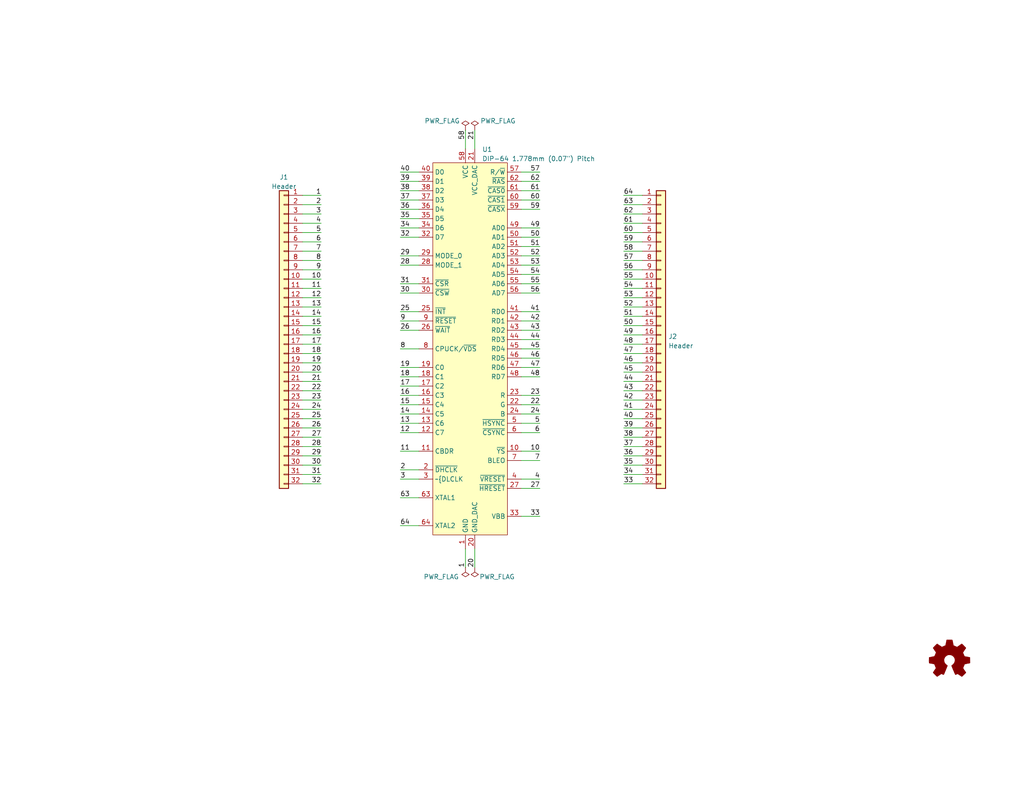
<source format=kicad_sch>
(kicad_sch (version 20211123) (generator eeschema)
  (paper "USLetter")
  (lib_symbols
    (symbol "0_Z80_Library:V9958"
      (property "Reference" "U" (at -10.16 0 0))
      (property "Value" "V9958" (at 10.16 0 0))
      (symbol "V9958_0_1"
        (rectangle (start -10.16 -1.27) (end 10.16 -102.87) (stroke (width 0.1524)) (fill (type background)))
      )
      (symbol "V9958_1_1"
        (pin power_in line (at -1.27 -106.68 90) (length 3.81) (name "GND") (number "1"))
        (pin output line (at 13.97 -80.01 180) (length 3.81) (name "~{YS}") (number "10"))
        (pin output line (at -13.97 -80.01 0) (length 3.81) (name "CBDR") (number "11"))
        (pin bidirectional line (at -13.97 -74.93 0) (length 3.81) (name "C7") (number "12"))
        (pin bidirectional line (at -13.97 -72.39 0) (length 3.81) (name "C6") (number "13"))
        (pin bidirectional line (at -13.97 -69.85 0) (length 3.81) (name "C5") (number "14"))
        (pin bidirectional line (at -13.97 -67.31 0) (length 3.81) (name "C4") (number "15"))
        (pin bidirectional line (at -13.97 -64.77 0) (length 3.81) (name "C3") (number "16"))
        (pin bidirectional line (at -13.97 -62.23 0) (length 3.81) (name "C2") (number "17"))
        (pin bidirectional line (at -13.97 -59.69 0) (length 3.81) (name "C1") (number "18"))
        (pin bidirectional line (at -13.97 -57.15 0) (length 3.81) (name "C0") (number "19"))
        (pin open_collector line (at -13.97 -85.09 0) (length 3.81) (name "~{DHCLK}") (number "2"))
        (pin power_in line (at 1.27 -106.68 90) (length 3.81) (name "GND_DAC") (number "20"))
        (pin power_in line (at 1.27 2.54 270) (length 3.81) (name "VCC_DAC") (number "21"))
        (pin output line (at 13.97 -67.31 180) (length 3.81) (name "G") (number "22"))
        (pin output line (at 13.97 -64.77 180) (length 3.81) (name "R") (number "23"))
        (pin output line (at 13.97 -69.85 180) (length 3.81) (name "B") (number "24"))
        (pin output line (at -13.97 -41.91 0) (length 3.81) (name "~{INT}") (number "25"))
        (pin output line (at -13.97 -46.99 0) (length 3.81) (name "~{WAIT}") (number "26"))
        (pin input line (at 13.97 -90.17 180) (length 3.81) (name "~{HRESET}") (number "27"))
        (pin input line (at -13.97 -29.21 0) (length 3.81) (name "MODE_1") (number "28"))
        (pin input line (at -13.97 -26.67 0) (length 3.81) (name "MODE_0") (number "29"))
        (pin open_collector line (at -13.97 -87.63 0) (length 3.81) (name "~{DLCLK") (number "3"))
        (pin input line (at -13.97 -36.83 0) (length 3.81) (name "~{CSW}") (number "30"))
        (pin input line (at -13.97 -34.29 0) (length 3.81) (name "~{CSR}") (number "31"))
        (pin bidirectional line (at -13.97 -21.59 0) (length 3.81) (name "D7") (number "32"))
        (pin output line (at 13.97 -97.79 180) (length 3.81) (name "VBB") (number "33"))
        (pin bidirectional line (at -13.97 -19.05 0) (length 3.81) (name "D6") (number "34"))
        (pin bidirectional line (at -13.97 -16.51 0) (length 3.81) (name "D5") (number "35"))
        (pin bidirectional line (at -13.97 -13.97 0) (length 3.81) (name "D4") (number "36"))
        (pin bidirectional line (at -13.97 -11.43 0) (length 3.81) (name "D3") (number "37"))
        (pin bidirectional line (at -13.97 -8.89 0) (length 3.81) (name "D2") (number "38"))
        (pin bidirectional line (at -13.97 -6.35 0) (length 3.81) (name "D1") (number "39"))
        (pin input line (at 13.97 -87.63 180) (length 3.81) (name "~{VRESET}") (number "4"))
        (pin bidirectional line (at -13.97 -3.81 0) (length 3.81) (name "D0") (number "40"))
        (pin bidirectional line (at 13.97 -41.91 180) (length 3.81) (name "RD0") (number "41"))
        (pin bidirectional line (at 13.97 -44.45 180) (length 3.81) (name "RD1") (number "42"))
        (pin bidirectional line (at 13.97 -46.99 180) (length 3.81) (name "RD2") (number "43"))
        (pin bidirectional line (at 13.97 -49.53 180) (length 3.81) (name "RD3") (number "44"))
        (pin bidirectional line (at 13.97 -52.07 180) (length 3.81) (name "RD4") (number "45"))
        (pin bidirectional line (at 13.97 -54.61 180) (length 3.81) (name "RD5") (number "46"))
        (pin bidirectional line (at 13.97 -57.15 180) (length 3.81) (name "RD6") (number "47"))
        (pin bidirectional line (at 13.97 -59.69 180) (length 3.81) (name "RD7") (number "48"))
        (pin output line (at 13.97 -19.05 180) (length 3.81) (name "AD0") (number "49"))
        (pin output line (at 13.97 -72.39 180) (length 3.81) (name "~{HSYNC}") (number "5"))
        (pin output line (at 13.97 -21.59 180) (length 3.81) (name "AD1") (number "50"))
        (pin output line (at 13.97 -24.13 180) (length 3.81) (name "AD2") (number "51"))
        (pin output line (at 13.97 -26.67 180) (length 3.81) (name "AD3") (number "52"))
        (pin output line (at 13.97 -29.21 180) (length 3.81) (name "AD4") (number "53"))
        (pin output line (at 13.97 -31.75 180) (length 3.81) (name "AD5") (number "54"))
        (pin output line (at 13.97 -34.29 180) (length 3.81) (name "AD6") (number "55"))
        (pin output line (at 13.97 -36.83 180) (length 3.81) (name "AD7") (number "56"))
        (pin output line (at 13.97 -3.81 180) (length 3.81) (name "R/~{W}") (number "57"))
        (pin power_in line (at -1.27 2.54 270) (length 3.81) (name "VCC") (number "58"))
        (pin output line (at 13.97 -13.97 180) (length 3.81) (name "~{CASX}") (number "59"))
        (pin output line (at 13.97 -74.93 180) (length 3.81) (name "~{CSYNC}") (number "6"))
        (pin output line (at 13.97 -11.43 180) (length 3.81) (name "~{CAS1}") (number "60"))
        (pin output line (at 13.97 -8.89 180) (length 3.81) (name "~{CAS0}") (number "61"))
        (pin output line (at 13.97 -6.35 180) (length 3.81) (name "~{RAS}") (number "62"))
        (pin input line (at -13.97 -92.71 0) (length 3.81) (name "XTAL1") (number "63"))
        (pin input line (at -13.97 -100.33 0) (length 3.81) (name "XTAL2") (number "64"))
        (pin open_collector line (at 13.97 -82.55 180) (length 3.81) (name "BLEO") (number "7"))
        (pin output line (at -13.97 -52.07 0) (length 3.81) (name "CPUCK/~{VDS}") (number "8"))
        (pin input line (at -13.97 -44.45 0) (length 3.81) (name "~{RESET}") (number "9"))
      )
    )
    (symbol "Connector_Generic:Conn_01x32" (pin_names (offset 1.016) hide)
      (property "Reference" "J" (at 0 40.64 0))
      (property "Value" "Conn_01x32" (at 0 -43.18 0))
      (symbol "Conn_01x32_1_1"
        (rectangle (start -1.27 -40.513) (end 0 -40.767) (stroke (width 0.1524)))
        (rectangle (start -1.27 -37.973) (end 0 -38.227) (stroke (width 0.1524)))
        (rectangle (start -1.27 -35.433) (end 0 -35.687) (stroke (width 0.1524)))
        (rectangle (start -1.27 -32.893) (end 0 -33.147) (stroke (width 0.1524)))
        (rectangle (start -1.27 -30.353) (end 0 -30.607) (stroke (width 0.1524)))
        (rectangle (start -1.27 -27.813) (end 0 -28.067) (stroke (width 0.1524)))
        (rectangle (start -1.27 -25.273) (end 0 -25.527) (stroke (width 0.1524)))
        (rectangle (start -1.27 -22.733) (end 0 -22.987) (stroke (width 0.1524)))
        (rectangle (start -1.27 -20.193) (end 0 -20.447) (stroke (width 0.1524)))
        (rectangle (start -1.27 -17.653) (end 0 -17.907) (stroke (width 0.1524)))
        (rectangle (start -1.27 -15.113) (end 0 -15.367) (stroke (width 0.1524)))
        (rectangle (start -1.27 -12.573) (end 0 -12.827) (stroke (width 0.1524)))
        (rectangle (start -1.27 -10.033) (end 0 -10.287) (stroke (width 0.1524)))
        (rectangle (start -1.27 -7.493) (end 0 -7.747) (stroke (width 0.1524)))
        (rectangle (start -1.27 -4.953) (end 0 -5.207) (stroke (width 0.1524)))
        (rectangle (start -1.27 -2.413) (end 0 -2.667) (stroke (width 0.1524)))
        (rectangle (start -1.27 0.127) (end 0 -0.127) (stroke (width 0.1524)))
        (rectangle (start -1.27 2.667) (end 0 2.413) (stroke (width 0.1524)))
        (rectangle (start -1.27 5.207) (end 0 4.953) (stroke (width 0.1524)))
        (rectangle (start -1.27 7.747) (end 0 7.493) (stroke (width 0.1524)))
        (rectangle (start -1.27 10.287) (end 0 10.033) (stroke (width 0.1524)))
        (rectangle (start -1.27 12.827) (end 0 12.573) (stroke (width 0.1524)))
        (rectangle (start -1.27 15.367) (end 0 15.113) (stroke (width 0.1524)))
        (rectangle (start -1.27 17.907) (end 0 17.653) (stroke (width 0.1524)))
        (rectangle (start -1.27 20.447) (end 0 20.193) (stroke (width 0.1524)))
        (rectangle (start -1.27 22.987) (end 0 22.733) (stroke (width 0.1524)))
        (rectangle (start -1.27 25.527) (end 0 25.273) (stroke (width 0.1524)))
        (rectangle (start -1.27 28.067) (end 0 27.813) (stroke (width 0.1524)))
        (rectangle (start -1.27 30.607) (end 0 30.353) (stroke (width 0.1524)))
        (rectangle (start -1.27 33.147) (end 0 32.893) (stroke (width 0.1524)))
        (rectangle (start -1.27 35.687) (end 0 35.433) (stroke (width 0.1524)))
        (rectangle (start -1.27 38.227) (end 0 37.973) (stroke (width 0.1524)))
        (rectangle (start -1.27 39.37) (end 1.27 -41.91) (stroke (width 0.254)) (fill (type background)))
        (pin passive line (at -5.08 38.1 0) (length 3.81) (name "Pin_1") (number "1"))
        (pin passive line (at -5.08 15.24 0) (length 3.81) (name "Pin_10") (number "10"))
        (pin passive line (at -5.08 12.7 0) (length 3.81) (name "Pin_11") (number "11"))
        (pin passive line (at -5.08 10.16 0) (length 3.81) (name "Pin_12") (number "12"))
        (pin passive line (at -5.08 7.62 0) (length 3.81) (name "Pin_13") (number "13"))
        (pin passive line (at -5.08 5.08 0) (length 3.81) (name "Pin_14") (number "14"))
        (pin passive line (at -5.08 2.54 0) (length 3.81) (name "Pin_15") (number "15"))
        (pin passive line (at -5.08 0 0) (length 3.81) (name "Pin_16") (number "16"))
        (pin passive line (at -5.08 -2.54 0) (length 3.81) (name "Pin_17") (number "17"))
        (pin passive line (at -5.08 -5.08 0) (length 3.81) (name "Pin_18") (number "18"))
        (pin passive line (at -5.08 -7.62 0) (length 3.81) (name "Pin_19") (number "19"))
        (pin passive line (at -5.08 35.56 0) (length 3.81) (name "Pin_2") (number "2"))
        (pin passive line (at -5.08 -10.16 0) (length 3.81) (name "Pin_20") (number "20"))
        (pin passive line (at -5.08 -12.7 0) (length 3.81) (name "Pin_21") (number "21"))
        (pin passive line (at -5.08 -15.24 0) (length 3.81) (name "Pin_22") (number "22"))
        (pin passive line (at -5.08 -17.78 0) (length 3.81) (name "Pin_23") (number "23"))
        (pin passive line (at -5.08 -20.32 0) (length 3.81) (name "Pin_24") (number "24"))
        (pin passive line (at -5.08 -22.86 0) (length 3.81) (name "Pin_25") (number "25"))
        (pin passive line (at -5.08 -25.4 0) (length 3.81) (name "Pin_26") (number "26"))
        (pin passive line (at -5.08 -27.94 0) (length 3.81) (name "Pin_27") (number "27"))
        (pin passive line (at -5.08 -30.48 0) (length 3.81) (name "Pin_28") (number "28"))
        (pin passive line (at -5.08 -33.02 0) (length 3.81) (name "Pin_29") (number "29"))
        (pin passive line (at -5.08 33.02 0) (length 3.81) (name "Pin_3") (number "3"))
        (pin passive line (at -5.08 -35.56 0) (length 3.81) (name "Pin_30") (number "30"))
        (pin passive line (at -5.08 -38.1 0) (length 3.81) (name "Pin_31") (number "31"))
        (pin passive line (at -5.08 -40.64 0) (length 3.81) (name "Pin_32") (number "32"))
        (pin passive line (at -5.08 30.48 0) (length 3.81) (name "Pin_4") (number "4"))
        (pin passive line (at -5.08 27.94 0) (length 3.81) (name "Pin_5") (number "5"))
        (pin passive line (at -5.08 25.4 0) (length 3.81) (name "Pin_6") (number "6"))
        (pin passive line (at -5.08 22.86 0) (length 3.81) (name "Pin_7") (number "7"))
        (pin passive line (at -5.08 20.32 0) (length 3.81) (name "Pin_8") (number "8"))
        (pin passive line (at -5.08 17.78 0) (length 3.81) (name "Pin_9") (number "9"))
      )
    )
    (symbol "Graphic:Logo_Open_Hardware_Small" (pin_names (offset 1.016))
      (symbol "Logo_Open_Hardware_Small_0_1"
        (polyline (pts (xy 3.3528 -4.3434) (xy 3.302 -4.318) (xy 3.175 -4.2418) (xy 2.9972 -4.1148) (xy 2.7686 -3.9624) (xy 2.54 -3.81) (xy 2.3622 -3.7084) (xy 2.2352 -3.6068) (xy 2.1844 -3.5814) (xy 2.159 -3.6068) (xy 2.0574 -3.6576) (xy 1.905 -3.7338) (xy 1.8034 -3.7846) (xy 1.6764 -3.8354) (xy 1.6002 -3.8354) (xy 1.6002 -3.8354) (xy 1.5494 -3.7338) (xy 1.4732 -3.5306) (xy 1.3462 -3.302) (xy 1.2446 -3.0226) (xy 1.1176 -2.7178) (xy 0.9652 -2.413) (xy 0.8636 -2.1082) (xy 0.7366 -1.8288) (xy 0.6604 -1.6256) (xy 0.6096 -1.4732) (xy 0.5842 -1.397) (xy 0.5842 -1.397) (xy 0.6604 -1.3208) (xy 0.7874 -1.2446) (xy 1.0414 -1.016) (xy 1.2954 -0.6858) (xy 1.4478 -0.3302) (xy 1.524 0.0762) (xy 1.4732 0.4572) (xy 1.3208 0.8128) (xy 1.0668 1.143) (xy 0.762 1.3716) (xy 0.4064 1.524) (xy 0 1.5748) (xy -0.381 1.5494) (xy -0.7366 1.397) (xy -1.0668 1.143) (xy -1.2192 0.9906) (xy -1.397 0.6604) (xy -1.524 0.3048) (xy -1.524 0.2286) (xy -1.4986 -0.1778) (xy -1.397 -0.5334) (xy -1.1938 -0.8636) (xy -0.9144 -1.143) (xy -0.8636 -1.1684) (xy -0.7366 -1.27) (xy -0.635 -1.3462) (xy -0.5842 -1.397) (xy -1.0668 -2.5908) (xy -1.143 -2.794) (xy -1.2954 -3.1242) (xy -1.397 -3.4036) (xy -1.4986 -3.6322) (xy -1.5748 -3.7846) (xy -1.6002 -3.8354) (xy -1.6002 -3.8354) (xy -1.651 -3.8354) (xy -1.7272 -3.81) (xy -1.905 -3.7338) (xy -2.0066 -3.683) (xy -2.1336 -3.6068) (xy -2.2098 -3.5814) (xy -2.2606 -3.6068) (xy -2.3622 -3.683) (xy -2.54 -3.81) (xy -2.7686 -3.9624) (xy -2.9718 -4.0894) (xy -3.1496 -4.2164) (xy -3.302 -4.318) (xy -3.3528 -4.3434) (xy -3.3782 -4.3434) (xy -3.429 -4.318) (xy -3.5306 -4.2164) (xy -3.7084 -4.064) (xy -3.937 -3.8354) (xy -3.9624 -3.81) (xy -4.1656 -3.6068) (xy -4.318 -3.4544) (xy -4.4196 -3.3274) (xy -4.445 -3.2766) (xy -4.445 -3.2766) (xy -4.4196 -3.2258) (xy -4.318 -3.0734) (xy -4.2164 -2.8956) (xy -4.064 -2.667) (xy -3.6576 -2.0828) (xy -3.8862 -1.5494) (xy -3.937 -1.3716) (xy -4.0386 -1.1684) (xy -4.0894 -1.0414) (xy -4.1148 -0.9652) (xy -4.191 -0.9398) (xy -4.318 -0.9144) (xy -4.5466 -0.8636) (xy -4.8006 -0.8128) (xy -5.0546 -0.7874) (xy -5.2578 -0.7366) (xy -5.4356 -0.7112) (xy -5.5118 -0.6858) (xy -5.5118 -0.6858) (xy -5.5372 -0.635) (xy -5.5372 -0.5588) (xy -5.5372 -0.4318) (xy -5.5626 -0.2286) (xy -5.5626 0.0762) (xy -5.5626 0.127) (xy -5.5372 0.4064) (xy -5.5372 0.635) (xy -5.5372 0.762) (xy -5.5372 0.8382) (xy -5.5372 0.8382) (xy -5.461 0.8382) (xy -5.3086 0.889) (xy -5.08 0.9144) (xy -4.826 0.9652) (xy -4.8006 0.9906) (xy -4.5466 1.0414) (xy -4.318 1.0668) (xy -4.1656 1.1176) (xy -4.0894 1.143) (xy -4.0894 1.143) (xy -4.0386 1.2446) (xy -3.9624 1.4224) (xy -3.8608 1.6256) (xy -3.7846 1.8288) (xy -3.7084 2.0066) (xy -3.6576 2.159) (xy -3.6322 2.2098) (xy -3.6322 2.2098) (xy -3.683 2.286) (xy -3.7592 2.413) (xy -3.8862 2.5908) (xy -4.064 2.8194) (xy -4.064 2.8448) (xy -4.2164 3.0734) (xy -4.3434 3.2512) (xy -4.4196 3.3782) (xy -4.445 3.4544) (xy -4.445 3.4544) (xy -4.3942 3.5052) (xy -4.2926 3.6322) (xy -4.1148 3.81) (xy -3.937 4.0132) (xy -3.8608 4.064) (xy -3.6576 4.2926) (xy -3.5052 4.4196) (xy -3.4036 4.4958) (xy -3.3528 4.5212) (xy -3.3528 4.5212) (xy -3.302 4.4704) (xy -3.1496 4.3688) (xy -2.9718 4.2418) (xy -2.7432 4.0894) (xy -2.7178 4.0894) (xy -2.4892 3.937) (xy -2.3114 3.81) (xy -2.1844 3.7084) (xy -2.1336 3.683) (xy -2.1082 3.683) (xy -2.032 3.7084) (xy -1.8542 3.7592) (xy -1.6764 3.8354) (xy -1.4732 3.937) (xy -1.27 4.0132) (xy -1.143 4.064) (xy -1.0668 4.1148) (xy -1.0668 4.1148) (xy -1.0414 4.191) (xy -1.016 4.3434) (xy -0.9652 4.572) (xy -0.9144 4.8514) (xy -0.889 4.9022) (xy -0.8382 5.1562) (xy -0.8128 5.3848) (xy -0.7874 5.5372) (xy -0.762 5.588) (xy -0.7112 5.6134) (xy -0.5842 5.6134) (xy -0.4064 5.6134) (xy -0.1524 5.6134) (xy 0.0762 5.6134) (xy 0.3302 5.6134) (xy 0.5334 5.6134) (xy 0.6858 5.588) (xy 0.7366 5.588) (xy 0.7366 5.588) (xy 0.762 5.5118) (xy 0.8128 5.334) (xy 0.8382 5.1054) (xy 0.9144 4.826) (xy 0.9144 4.7752) (xy 0.9652 4.5212) (xy 1.016 4.2926) (xy 1.0414 4.1402) (xy 1.0668 4.0894) (xy 1.0668 4.0894) (xy 1.1938 4.0386) (xy 1.3716 3.9624) (xy 1.5748 3.8608) (xy 2.0828 3.6576) (xy 2.7178 4.0894) (xy 2.7686 4.1402) (xy 2.9972 4.2926) (xy 3.175 4.4196) (xy 3.302 4.4958) (xy 3.3782 4.5212) (xy 3.3782 4.5212) (xy 3.429 4.4704) (xy 3.556 4.3434) (xy 3.7338 4.191) (xy 3.9116 3.9878) (xy 4.064 3.8354) (xy 4.2418 3.6576) (xy 4.3434 3.556) (xy 4.4196 3.4798) (xy 4.4196 3.429) (xy 4.4196 3.4036) (xy 4.3942 3.3274) (xy 4.2926 3.2004) (xy 4.1656 2.9972) (xy 4.0132 2.794) (xy 3.8862 2.5908) (xy 3.7592 2.3876) (xy 3.6576 2.2352) (xy 3.6322 2.159) (xy 3.6322 2.1336) (xy 3.683 2.0066) (xy 3.7592 1.8288) (xy 3.8608 1.6002) (xy 4.064 1.1176) (xy 4.3942 1.0414) (xy 4.5974 1.016) (xy 4.8768 0.9652) (xy 5.1308 0.9144) (xy 5.5372 0.8382) (xy 5.5626 -0.6604) (xy 5.4864 -0.6858) (xy 5.4356 -0.6858) (xy 5.2832 -0.7366) (xy 5.0546 -0.762) (xy 4.8006 -0.8128) (xy 4.5974 -0.8636) (xy 4.3688 -0.9144) (xy 4.2164 -0.9398) (xy 4.1402 -0.9398) (xy 4.1148 -0.9652) (xy 4.064 -1.0668) (xy 3.9878 -1.2446) (xy 3.9116 -1.4478) (xy 3.81 -1.651) (xy 3.7338 -1.8542) (xy 3.683 -2.0066) (xy 3.6576 -2.0828) (xy 3.683 -2.1336) (xy 3.7846 -2.2606) (xy 3.8862 -2.4638) (xy 4.0386 -2.667) (xy 4.191 -2.8956) (xy 4.318 -3.0734) (xy 4.3942 -3.2004) (xy 4.445 -3.2766) (xy 4.4196 -3.3274) (xy 4.3434 -3.429) (xy 4.1656 -3.5814) (xy 3.937 -3.8354) (xy 3.8862 -3.8608) (xy 3.683 -4.064) (xy 3.5306 -4.2164) (xy 3.4036 -4.318) (xy 3.3528 -4.3434)) (fill (type outline)))
      )
    )
    (symbol "power:PWR_FLAG" (power) (pin_numbers hide) (pin_names (offset 0) hide)
      (property "Value" "PWR_FLAG" (at 0 3.81 0))
      (symbol "PWR_FLAG_0_0"
        (pin power_out line (at 0 0 90) (length 0) (name "pwr") (number "1"))
      )
      (symbol "PWR_FLAG_0_1"
        (polyline (pts (xy 0 0) (xy 0 1.27) (xy -1.016 1.905) (xy 0 2.54) (xy 1.016 1.905) (xy 0 1.27)))
      )
    )
  )
  (wire (pts (xy 170.18 99.06) (xy 175.26 99.06)))
  (wire (pts (xy 170.18 114.3) (xy 175.26 114.3)))
  (wire (pts (xy 170.18 129.54) (xy 175.26 129.54)))
  (wire (pts (xy 170.18 66.04) (xy 175.26 66.04)))
  (wire (pts (xy 109.22 95.25) (xy 114.3 95.25)))
  (wire (pts (xy 82.55 119.38) (xy 87.63 119.38)))
  (wire (pts (xy 82.55 66.04) (xy 87.63 66.04)))
  (wire (pts (xy 142.24 49.53) (xy 147.32 49.53)))
  (wire (pts (xy 82.55 58.42) (xy 87.63 58.42)))
  (wire (pts (xy 170.18 83.82) (xy 175.26 83.82)))
  (wire (pts (xy 142.24 123.19) (xy 147.32 123.19)))
  (wire (pts (xy 142.24 85.09) (xy 147.32 85.09)))
  (wire (pts (xy 142.24 140.97) (xy 147.32 140.97)))
  (wire (pts (xy 109.22 128.27) (xy 114.3 128.27)))
  (wire (pts (xy 82.55 124.46) (xy 87.63 124.46)))
  (wire (pts (xy 142.24 77.47) (xy 147.32 77.47)))
  (wire (pts (xy 142.24 95.25) (xy 147.32 95.25)))
  (wire (pts (xy 109.22 135.89) (xy 114.3 135.89)))
  (wire (pts (xy 142.24 118.11) (xy 147.32 118.11)))
  (wire (pts (xy 170.18 96.52) (xy 175.26 96.52)))
  (wire (pts (xy 142.24 46.99) (xy 147.32 46.99)))
  (wire (pts (xy 170.18 127) (xy 175.26 127)))
  (wire (pts (xy 109.22 49.53) (xy 114.3 49.53)))
  (wire (pts (xy 82.55 109.22) (xy 87.63 109.22)))
  (wire (pts (xy 82.55 96.52) (xy 87.63 96.52)))
  (wire (pts (xy 109.22 90.17) (xy 114.3 90.17)))
  (wire (pts (xy 82.55 86.36) (xy 87.63 86.36)))
  (wire (pts (xy 170.18 71.12) (xy 175.26 71.12)))
  (wire (pts (xy 82.55 60.96) (xy 87.63 60.96)))
  (wire (pts (xy 82.55 132.08) (xy 87.63 132.08)))
  (wire (pts (xy 82.55 73.66) (xy 87.63 73.66)))
  (wire (pts (xy 109.22 102.87) (xy 114.3 102.87)))
  (wire (pts (xy 142.24 110.49) (xy 147.32 110.49)))
  (wire (pts (xy 109.22 118.11) (xy 114.3 118.11)))
  (wire (pts (xy 127 35.56) (xy 127 40.64)))
  (wire (pts (xy 82.55 99.06) (xy 87.63 99.06)))
  (wire (pts (xy 142.24 102.87) (xy 147.32 102.87)))
  (wire (pts (xy 142.24 80.01) (xy 147.32 80.01)))
  (wire (pts (xy 170.18 116.84) (xy 175.26 116.84)))
  (wire (pts (xy 109.22 87.63) (xy 114.3 87.63)))
  (wire (pts (xy 170.18 88.9) (xy 175.26 88.9)))
  (wire (pts (xy 170.18 121.92) (xy 175.26 121.92)))
  (wire (pts (xy 142.24 72.39) (xy 147.32 72.39)))
  (wire (pts (xy 82.55 91.44) (xy 87.63 91.44)))
  (wire (pts (xy 129.54 149.86) (xy 129.54 154.94)))
  (wire (pts (xy 82.55 93.98) (xy 87.63 93.98)))
  (wire (pts (xy 109.22 46.99) (xy 114.3 46.99)))
  (wire (pts (xy 82.55 78.74) (xy 87.63 78.74)))
  (wire (pts (xy 82.55 71.12) (xy 87.63 71.12)))
  (wire (pts (xy 109.22 123.19) (xy 114.3 123.19)))
  (wire (pts (xy 142.24 125.73) (xy 147.32 125.73)))
  (wire (pts (xy 82.55 101.6) (xy 87.63 101.6)))
  (wire (pts (xy 170.18 132.08) (xy 175.26 132.08)))
  (wire (pts (xy 109.22 59.69) (xy 114.3 59.69)))
  (wire (pts (xy 170.18 124.46) (xy 175.26 124.46)))
  (wire (pts (xy 82.55 88.9) (xy 87.63 88.9)))
  (wire (pts (xy 170.18 58.42) (xy 175.26 58.42)))
  (wire (pts (xy 109.22 72.39) (xy 114.3 72.39)))
  (wire (pts (xy 170.18 104.14) (xy 175.26 104.14)))
  (wire (pts (xy 142.24 69.85) (xy 147.32 69.85)))
  (wire (pts (xy 109.22 54.61) (xy 114.3 54.61)))
  (wire (pts (xy 170.18 53.34) (xy 175.26 53.34)))
  (wire (pts (xy 170.18 55.88) (xy 175.26 55.88)))
  (wire (pts (xy 142.24 54.61) (xy 147.32 54.61)))
  (wire (pts (xy 109.22 80.01) (xy 114.3 80.01)))
  (wire (pts (xy 109.22 115.57) (xy 114.3 115.57)))
  (wire (pts (xy 170.18 101.6) (xy 175.26 101.6)))
  (wire (pts (xy 142.24 133.35) (xy 147.32 133.35)))
  (wire (pts (xy 109.22 57.15) (xy 114.3 57.15)))
  (wire (pts (xy 82.55 81.28) (xy 87.63 81.28)))
  (wire (pts (xy 82.55 121.92) (xy 87.63 121.92)))
  (wire (pts (xy 109.22 113.03) (xy 114.3 113.03)))
  (wire (pts (xy 170.18 63.5) (xy 175.26 63.5)))
  (wire (pts (xy 142.24 130.81) (xy 147.32 130.81)))
  (wire (pts (xy 82.55 104.14) (xy 87.63 104.14)))
  (wire (pts (xy 142.24 115.57) (xy 147.32 115.57)))
  (wire (pts (xy 82.55 55.88) (xy 87.63 55.88)))
  (wire (pts (xy 170.18 93.98) (xy 175.26 93.98)))
  (wire (pts (xy 109.22 64.77) (xy 114.3 64.77)))
  (wire (pts (xy 142.24 107.95) (xy 147.32 107.95)))
  (wire (pts (xy 170.18 119.38) (xy 175.26 119.38)))
  (wire (pts (xy 129.54 35.56) (xy 129.54 40.64)))
  (wire (pts (xy 170.18 78.74) (xy 175.26 78.74)))
  (wire (pts (xy 82.55 129.54) (xy 87.63 129.54)))
  (wire (pts (xy 170.18 73.66) (xy 175.26 73.66)))
  (wire (pts (xy 82.55 111.76) (xy 87.63 111.76)))
  (wire (pts (xy 82.55 63.5) (xy 87.63 63.5)))
  (wire (pts (xy 170.18 86.36) (xy 175.26 86.36)))
  (wire (pts (xy 109.22 105.41) (xy 114.3 105.41)))
  (wire (pts (xy 82.55 83.82) (xy 87.63 83.82)))
  (wire (pts (xy 82.55 116.84) (xy 87.63 116.84)))
  (wire (pts (xy 142.24 87.63) (xy 147.32 87.63)))
  (wire (pts (xy 170.18 68.58) (xy 175.26 68.58)))
  (wire (pts (xy 109.22 143.51) (xy 114.3 143.51)))
  (wire (pts (xy 82.55 114.3) (xy 87.63 114.3)))
  (wire (pts (xy 109.22 107.95) (xy 114.3 107.95)))
  (wire (pts (xy 142.24 57.15) (xy 147.32 57.15)))
  (wire (pts (xy 142.24 100.33) (xy 147.32 100.33)))
  (wire (pts (xy 142.24 67.31) (xy 147.32 67.31)))
  (wire (pts (xy 109.22 130.81) (xy 114.3 130.81)))
  (wire (pts (xy 170.18 106.68) (xy 175.26 106.68)))
  (wire (pts (xy 170.18 81.28) (xy 175.26 81.28)))
  (wire (pts (xy 170.18 91.44) (xy 175.26 91.44)))
  (wire (pts (xy 109.22 110.49) (xy 114.3 110.49)))
  (wire (pts (xy 109.22 52.07) (xy 114.3 52.07)))
  (wire (pts (xy 142.24 90.17) (xy 147.32 90.17)))
  (wire (pts (xy 142.24 74.93) (xy 147.32 74.93)))
  (wire (pts (xy 142.24 64.77) (xy 147.32 64.77)))
  (wire (pts (xy 142.24 62.23) (xy 147.32 62.23)))
  (wire (pts (xy 142.24 52.07) (xy 147.32 52.07)))
  (wire (pts (xy 127 149.86) (xy 127 154.94)))
  (wire (pts (xy 142.24 97.79) (xy 147.32 97.79)))
  (wire (pts (xy 82.55 53.34) (xy 87.63 53.34)))
  (wire (pts (xy 82.55 68.58) (xy 87.63 68.58)))
  (wire (pts (xy 142.24 92.71) (xy 147.32 92.71)))
  (wire (pts (xy 170.18 109.22) (xy 175.26 109.22)))
  (wire (pts (xy 109.22 69.85) (xy 114.3 69.85)))
  (wire (pts (xy 82.55 76.2) (xy 87.63 76.2)))
  (wire (pts (xy 170.18 60.96) (xy 175.26 60.96)))
  (wire (pts (xy 109.22 85.09) (xy 114.3 85.09)))
  (wire (pts (xy 170.18 76.2) (xy 175.26 76.2)))
  (wire (pts (xy 109.22 77.47) (xy 114.3 77.47)))
  (wire (pts (xy 82.55 127) (xy 87.63 127)))
  (wire (pts (xy 170.18 111.76) (xy 175.26 111.76)))
  (wire (pts (xy 142.24 113.03) (xy 147.32 113.03)))
  (wire (pts (xy 109.22 62.23) (xy 114.3 62.23)))
  (wire (pts (xy 82.55 106.68) (xy 87.63 106.68)))
  (wire (pts (xy 109.22 100.33) (xy 114.3 100.33)))
  (label "1" (at 87.63 53.34 180))
  (label "47" (at 170.18 96.52 0))
  (label "7" (at 87.63 68.58 180))
  (label "7" (at 147.32 125.73 180))
  (label "2" (at 109.22 128.27 0))
  (label "28" (at 87.63 121.92 180))
  (label "36" (at 109.22 57.15 0))
  (label "58" (at 127 35.56 270))
  (label "18" (at 87.63 96.52 180))
  (label "41" (at 170.18 111.76 0))
  (label "3" (at 109.22 130.81 0))
  (label "44" (at 147.32 92.71 180))
  (label "25" (at 87.63 114.3 180))
  (label "38" (at 109.22 52.07 0))
  (label "16" (at 87.63 91.44 180))
  (label "48" (at 170.18 93.98 0))
  (label "4" (at 147.32 130.81 180))
  (label "23" (at 87.63 109.22 180))
  (label "37" (at 170.18 121.92 0))
  (label "39" (at 170.18 116.84 0))
  (label "60" (at 170.18 63.5 0))
  (label "19" (at 87.63 99.06 180))
  (label "26" (at 87.63 116.84 180))
  (label "34" (at 109.22 62.23 0))
  (label "35" (at 170.18 127 0))
  (label "38" (at 170.18 119.38 0))
  (label "54" (at 147.32 74.93 180))
  (label "42" (at 170.18 109.22 0))
  (label "2" (at 87.63 55.88 180))
  (label "14" (at 87.63 86.36 180))
  (label "11" (at 87.63 78.74 180))
  (label "49" (at 170.18 91.44 0))
  (label "63" (at 170.18 55.88 0))
  (label "5" (at 147.32 115.57 180))
  (label "24" (at 147.32 113.03 180))
  (label "63" (at 109.22 135.89 0))
  (label "55" (at 170.18 76.2 0))
  (label "19" (at 109.22 100.33 0))
  (label "11" (at 109.22 123.19 0))
  (label "10" (at 147.32 123.19 180))
  (label "64" (at 109.22 143.51 0))
  (label "35" (at 109.22 59.69 0))
  (label "9" (at 109.22 87.63 0))
  (label "64" (at 170.18 53.34 0))
  (label "36" (at 170.18 124.46 0))
  (label "59" (at 170.18 66.04 0))
  (label "51" (at 170.18 86.36 0))
  (label "15" (at 109.22 110.49 0))
  (label "27" (at 87.63 119.38 180))
  (label "41" (at 147.32 85.09 180))
  (label "61" (at 147.32 52.07 180))
  (label "4" (at 87.63 60.96 180))
  (label "48" (at 147.32 102.87 180))
  (label "44" (at 170.18 104.14 0))
  (label "18" (at 109.22 102.87 0))
  (label "13" (at 109.22 115.57 0))
  (label "9" (at 87.63 73.66 180))
  (label "6" (at 147.32 118.11 180))
  (label "43" (at 147.32 90.17 180))
  (label "27" (at 147.32 133.35 180))
  (label "24" (at 87.63 111.76 180))
  (label "6" (at 87.63 66.04 180))
  (label "21" (at 87.63 104.14 180))
  (label "52" (at 147.32 69.85 180))
  (label "22" (at 87.63 106.68 180))
  (label "62" (at 170.18 58.42 0))
  (label "33" (at 147.32 140.97 180))
  (label "57" (at 147.32 46.99 180))
  (label "8" (at 109.22 95.25 0))
  (label "16" (at 109.22 107.95 0))
  (label "53" (at 170.18 81.28 0))
  (label "13" (at 87.63 83.82 180))
  (label "43" (at 170.18 106.68 0))
  (label "28" (at 109.22 72.39 0))
  (label "29" (at 87.63 124.46 180))
  (label "45" (at 170.18 101.6 0))
  (label "49" (at 147.32 62.23 180))
  (label "39" (at 109.22 49.53 0))
  (label "54" (at 170.18 78.74 0))
  (label "34" (at 170.18 129.54 0))
  (label "3" (at 87.63 58.42 180))
  (label "20" (at 129.54 154.94 90))
  (label "17" (at 87.63 93.98 180))
  (label "25" (at 109.22 85.09 0))
  (label "61" (at 170.18 60.96 0))
  (label "40" (at 109.22 46.99 0))
  (label "20" (at 87.63 101.6 180))
  (label "46" (at 170.18 99.06 0))
  (label "14" (at 109.22 113.03 0))
  (label "10" (at 87.63 76.2 180))
  (label "40" (at 170.18 114.3 0))
  (label "31" (at 87.63 129.54 180))
  (label "30" (at 109.22 80.01 0))
  (label "1" (at 127 154.94 90))
  (label "15" (at 87.63 88.9 180))
  (label "17" (at 109.22 105.41 0))
  (label "32" (at 87.63 132.08 180))
  (label "50" (at 147.32 64.77 180))
  (label "58" (at 170.18 68.58 0))
  (label "33" (at 170.18 132.08 0))
  (label "56" (at 170.18 73.66 0))
  (label "53" (at 147.32 72.39 180))
  (label "31" (at 109.22 77.47 0))
  (label "26" (at 109.22 90.17 0))
  (label "51" (at 147.32 67.31 180))
  (label "55" (at 147.32 77.47 180))
  (label "60" (at 147.32 54.61 180))
  (label "52" (at 170.18 83.82 0))
  (label "29" (at 109.22 69.85 0))
  (label "5" (at 87.63 63.5 180))
  (label "30" (at 87.63 127 180))
  (label "57" (at 170.18 71.12 0))
  (label "56" (at 147.32 80.01 180))
  (label "62" (at 147.32 49.53 180))
  (label "50" (at 170.18 88.9 0))
  (label "22" (at 147.32 110.49 180))
  (label "21" (at 129.54 35.56 270))
  (label "23" (at 147.32 107.95 180))
  (label "47" (at 147.32 100.33 180))
  (label "46" (at 147.32 97.79 180))
  (label "12" (at 109.22 118.11 0))
  (label "12" (at 87.63 81.28 180))
  (label "59" (at 147.32 57.15 180))
  (label "42" (at 147.32 87.63 180))
  (label "32" (at 109.22 64.77 0))
  (label "8" (at 87.63 71.12 180))
  (label "37" (at 109.22 54.61 0))
  (label "45" (at 147.32 95.25 180))
  (symbol (lib_id "Connector_Generic:Conn_01x32") (at 77.47 91.44 0) (mirror y) (unit 1)
    (property "Reference" "J1" (at 77.47 48.3702 0))
    (property "Value" "Header" (at 77.47 50.9071 0))
    (property "Footprint" "Connector_PinHeader_2.54mm:PinHeader_1x32_P2.54mm_Vertical" (effects hide))
  )
  (symbol (lib_id "power:PWR_FLAG") (at 127 35.56 0) (unit 1)
    (property "Reference" "#FLG01" (effects hide))
    (property "Value" "PWR_FLAG" (at 120.65 33.02 0))
  )
  (symbol (lib_id "Connector_Generic:Conn_01x32") (at 180.34 91.44 0) (unit 1)
    (property "Reference" "J2" (at 182.372 91.8753 0) (effects (justify left)))
    (property "Value" "Header" (at 182.372 94.4122 0) (effects (justify left)))
    (property "Footprint" "Connector_PinHeader_2.54mm:PinHeader_1x32_P2.54mm_Vertical" (effects hide))
  )
  (symbol (lib_id "power:PWR_FLAG") (at 129.54 154.94 180) (unit 1)
    (property "Reference" "#FLG04" (effects hide))
    (property "Value" "PWR_FLAG" (at 130.81 157.48 0) (effects (justify right)))
  )
  (symbol (lib_id "power:PWR_FLAG") (at 129.54 35.56 0) (unit 1)
    (property "Reference" "#FLG03" (effects hide))
    (property "Value" "PWR_FLAG" (at 135.89 33.02 0))
  )
  (symbol (lib_id "power:PWR_FLAG") (at 127 154.94 180) (unit 1)
    (property "Reference" "#FLG02" (effects hide))
    (property "Value" "PWR_FLAG" (at 115.57 157.48 0) (effects (justify right)))
  )
  (symbol (lib_id "Graphic:Logo_Open_Hardware_Small") (at 259.08 180.34 0) (unit 1)
    (property "Reference" "#LOGO1" (effects hide))
    (property "Value" "Logo_Open_Hardware_Small" (effects hide))
    (property "Footprint" "Symbol:OSHW-Logo2_9.8x8mm_SilkScreen" (effects hide))
  )
  (symbol (lib_id "0_Z80_Library:V9958") (at 128.27 43.18 0) (unit 1)
    (property "Reference" "U1" (at 131.5594 40.801 0) (effects (justify left)))
    (property "Value" "DIP-64 1.778mm (0.07\") Pitch" (at 131.5594 43.3379 0) (effects (justify left)))
    (property "Footprint" "0_Z80_Library:DIP 64 1.778 pitch" (effects hide))
  )
)
</source>
